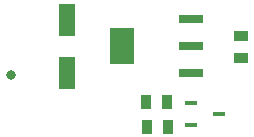
<source format=gtp>
G04 DipTrace 2.4.0.2*
%INLaserreguv2.GTP*%
%MOMM*%
%ADD32C,0.8*%
%ADD34R,1.2X0.9*%
%ADD36R,0.9X1.2*%
%ADD38R,2.0X0.8*%
%ADD40R,2.0X3.1*%
%ADD42R,1.4X2.8*%
%ADD52R,1.1X0.4*%
%FSLAX53Y53*%
G04*
G71*
G90*
G75*
G01*
%LNTopPaste*%
%LPD*%
D32*
X5950Y7600D3*
D52*
X21250Y5250D3*
Y3350D3*
X23550Y4300D3*
D42*
X10700Y12300D3*
Y7800D3*
D36*
X17400Y5300D3*
X19200D3*
D34*
X25450Y10900D3*
Y9100D3*
D36*
X19250Y3250D3*
X17450D3*
D40*
X15350Y10050D3*
D38*
X21250Y7750D3*
Y10050D3*
Y12350D3*
M02*

</source>
